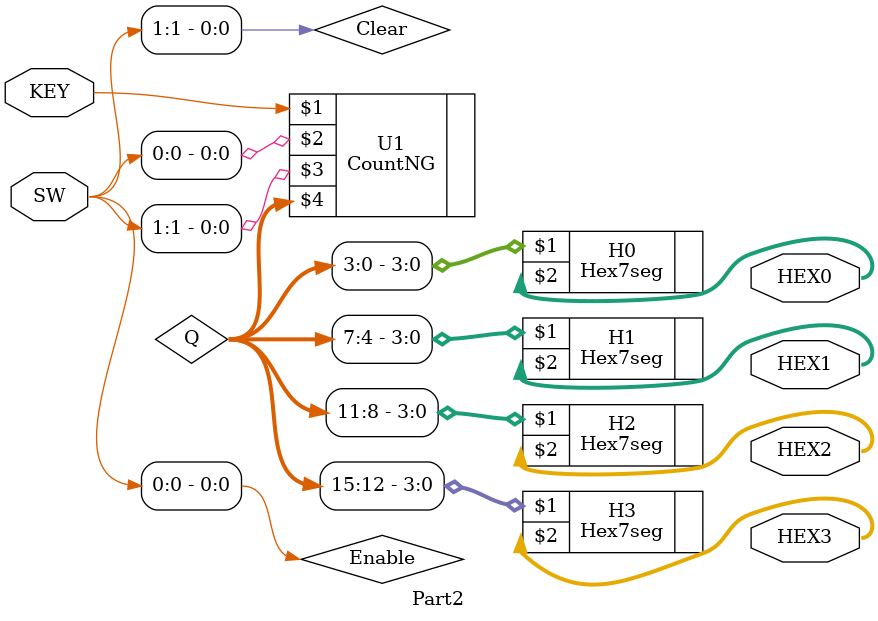
<source format=v>


module Part2( KEY, SW, HEX3, HEX2, HEX1, HEX0 );
  input  [0:0]KEY;  // clock counter
  input  [1:0]SW;  // enable and clear switches
  output [0:6]HEX0, HEX1, HEX2, HEX3;  // 7-segment displays
  
  wire [15:0]Q;
  wire Enable, Clear;
  assign Enable = SW[0];
  assign Clear = SW[1];
  
  // use CountNG with N=16
  CountNG #(.N(16)) U1( KEY[0], Enable, Clear, Q );
  
  // wire up the 7-seg displays
  Hex7seg H3( Q[15:12], HEX3 );
  Hex7seg H2( Q[11:8],  HEX2 );
  Hex7seg H1( Q[7:4],   HEX1 );
  Hex7seg H0( Q[3:0],   HEX0 );

endmodule

</source>
